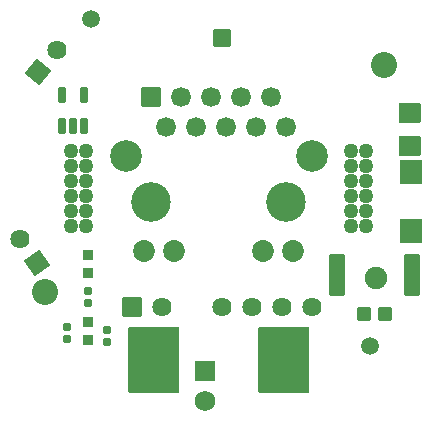
<source format=gbr>
G04 #@! TF.GenerationSoftware,KiCad,Pcbnew,7.0.7*
G04 #@! TF.CreationDate,2024-10-22T14:05:41-07:00*
G04 #@! TF.ProjectId,ESP_POE_1.4a,4553505f-504f-4455-9f31-2e34612e6b69,K*
G04 #@! TF.SameCoordinates,Original*
G04 #@! TF.FileFunction,Soldermask,Top*
G04 #@! TF.FilePolarity,Negative*
%FSLAX46Y46*%
G04 Gerber Fmt 4.6, Leading zero omitted, Abs format (unit mm)*
G04 Created by KiCad (PCBNEW 7.0.7) date 2024-10-22 14:05:41*
%MOMM*%
%LPD*%
G01*
G04 APERTURE LIST*
G04 Aperture macros list*
%AMRoundRect*
0 Rectangle with rounded corners*
0 $1 Rounding radius*
0 $2 $3 $4 $5 $6 $7 $8 $9 X,Y pos of 4 corners*
0 Add a 4 corners polygon primitive as box body*
4,1,4,$2,$3,$4,$5,$6,$7,$8,$9,$2,$3,0*
0 Add four circle primitives for the rounded corners*
1,1,$1+$1,$2,$3*
1,1,$1+$1,$4,$5*
1,1,$1+$1,$6,$7*
1,1,$1+$1,$8,$9*
0 Add four rect primitives between the rounded corners*
20,1,$1+$1,$2,$3,$4,$5,0*
20,1,$1+$1,$4,$5,$6,$7,0*
20,1,$1+$1,$6,$7,$8,$9,0*
20,1,$1+$1,$8,$9,$2,$3,0*%
G04 Aperture macros list end*
%ADD10RoundRect,0.050800X0.275000X-0.250000X0.275000X0.250000X-0.275000X0.250000X-0.275000X-0.250000X0*%
%ADD11RoundRect,0.050800X-0.275000X0.250000X-0.275000X-0.250000X0.275000X-0.250000X0.275000X0.250000X0*%
%ADD12RoundRect,0.050800X-0.400000X0.400000X-0.400000X-0.400000X0.400000X-0.400000X0.400000X0.400000X0*%
%ADD13RoundRect,0.050800X-0.762000X-0.762000X0.762000X-0.762000X0.762000X0.762000X-0.762000X0.762000X0*%
%ADD14C,1.625600*%
%ADD15RoundRect,0.050800X-0.093922X1.073530X-1.073530X-0.093922X0.093922X-1.073530X1.073530X0.093922X0*%
%ADD16RoundRect,0.050800X-0.275000X0.600000X-0.275000X-0.600000X0.275000X-0.600000X0.275000X0.600000X0*%
%ADD17RoundRect,0.050800X0.889000X-0.762000X0.889000X0.762000X-0.889000X0.762000X-0.889000X-0.762000X0*%
%ADD18RoundRect,0.050800X2.108200X2.705100X-2.108200X2.705100X-2.108200X-2.705100X2.108200X-2.705100X0*%
%ADD19RoundRect,0.050800X-1.061259X0.187129X-0.187129X-1.061259X1.061259X-0.187129X0.187129X1.061259X0*%
%ADD20RoundRect,0.050800X0.508000X0.508000X-0.508000X0.508000X-0.508000X-0.508000X0.508000X-0.508000X0*%
%ADD21RoundRect,0.050800X-0.850000X1.000000X-0.850000X-1.000000X0.850000X-1.000000X0.850000X1.000000X0*%
%ADD22RoundRect,0.050800X0.600000X1.700000X-0.600000X1.700000X-0.600000X-1.700000X0.600000X-1.700000X0*%
%ADD23C,3.351600*%
%ADD24RoundRect,0.102000X-0.739000X-0.739000X0.739000X-0.739000X0.739000X0.739000X-0.739000X0.739000X0*%
%ADD25C,1.682000*%
%ADD26C,1.854000*%
%ADD27C,2.679000*%
%ADD28RoundRect,0.102000X0.765000X-0.765000X0.765000X0.765000X-0.765000X0.765000X-0.765000X-0.765000X0*%
%ADD29C,1.734000*%
%ADD30C,2.201600*%
%ADD31C,1.500000*%
%ADD32C,1.270000*%
%ADD33RoundRect,0.050800X0.711200X-0.711200X0.711200X0.711200X-0.711200X0.711200X-0.711200X-0.711200X0*%
%ADD34C,1.901600*%
G04 APERTURE END LIST*
D10*
X104698800Y-152806400D03*
D11*
X104698800Y-153822400D03*
D10*
X101295200Y-152552400D03*
D11*
X101295200Y-153568400D03*
D12*
X103124000Y-153695400D03*
X103124000Y-152171400D03*
D10*
X103124000Y-149504400D03*
D11*
X103124000Y-150520400D03*
D12*
X103124000Y-147980400D03*
X103124000Y-146456400D03*
D13*
X106832400Y-150876000D03*
D14*
X109372400Y-150876000D03*
X114452400Y-150876000D03*
X116992400Y-150876000D03*
X119532400Y-150876000D03*
X122072400Y-150876000D03*
X100431600Y-129082800D03*
D15*
X98824630Y-130997912D03*
D16*
X100868400Y-135543600D03*
X101818400Y-135543600D03*
X102768400Y-135543600D03*
X102768400Y-132943600D03*
X100868400Y-132943600D03*
D17*
X130352800Y-137210800D03*
X130352800Y-134416800D03*
D18*
X119694200Y-155346400D03*
X108670600Y-155346400D03*
D14*
X97321258Y-145119720D03*
D19*
X98755200Y-147167600D03*
D20*
X128219200Y-151485600D03*
X126441200Y-151485600D03*
D21*
X130403600Y-139446000D03*
X130403600Y-144446000D03*
D22*
X130505200Y-148183600D03*
X124205200Y-148183600D03*
D23*
X108432600Y-141986000D03*
X119862600Y-141986000D03*
D24*
X108432600Y-133096000D03*
D25*
X109702600Y-135636000D03*
X110972600Y-133096000D03*
X112242600Y-135636000D03*
X113512600Y-133096000D03*
X114782600Y-135636000D03*
X116052600Y-133096000D03*
X117322600Y-135636000D03*
X118592600Y-133096000D03*
X119862600Y-135636000D03*
D26*
X107822600Y-146094000D03*
X117932600Y-146094000D03*
X110362600Y-146094000D03*
X120472600Y-146094000D03*
D27*
X106273600Y-138100000D03*
X122021600Y-138100000D03*
D28*
X113030000Y-156260800D03*
D29*
X113030000Y-158800800D03*
D30*
X99415600Y-149606000D03*
D31*
X126949200Y-154127200D03*
D32*
X126644400Y-143967200D03*
X125374400Y-143967200D03*
X126644400Y-142697200D03*
X125374400Y-142697200D03*
X126644400Y-141427200D03*
X125374400Y-141427200D03*
X126644400Y-140157200D03*
X125374400Y-140157200D03*
X126644400Y-138887200D03*
X125374400Y-138887200D03*
X126644400Y-137617200D03*
X125374400Y-137617200D03*
D30*
X128117600Y-130352800D03*
D31*
X103378000Y-126441200D03*
D33*
X114391924Y-128127277D03*
D34*
X127508000Y-148386800D03*
D32*
X101650800Y-143967200D03*
X102920800Y-143967200D03*
X101650800Y-142697200D03*
X102920800Y-142697200D03*
X101650800Y-141427200D03*
X102920800Y-141427200D03*
X101650800Y-140157200D03*
X102920800Y-140157200D03*
X101650800Y-138887200D03*
X102920800Y-138887200D03*
X101650800Y-137617200D03*
X102920800Y-137617200D03*
M02*

</source>
